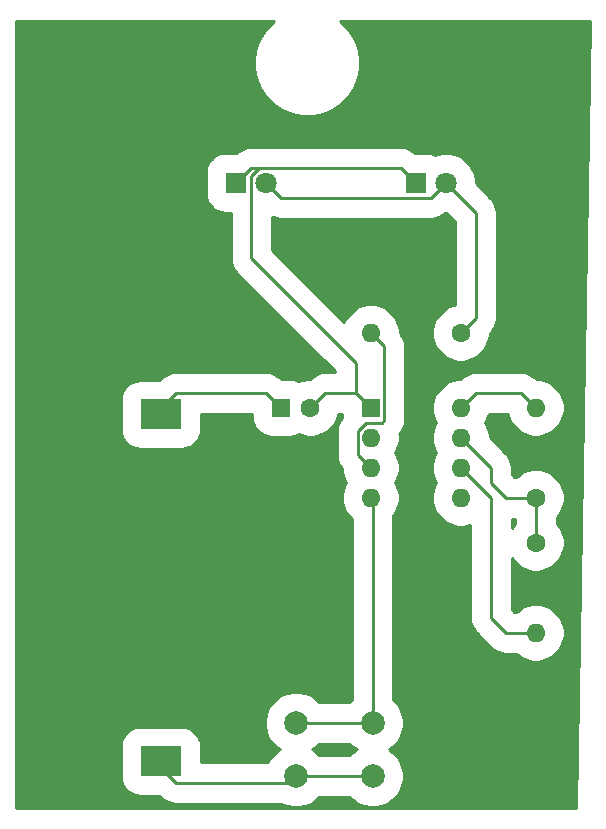
<source format=gbr>
%TF.GenerationSoftware,KiCad,Pcbnew,(5.1.8)-1*%
%TF.CreationDate,2021-08-08T22:25:57+05:30*%
%TF.ProjectId,1st,3173742e-6b69-4636-9164-5f7063625858,rev?*%
%TF.SameCoordinates,Original*%
%TF.FileFunction,Copper,L2,Bot*%
%TF.FilePolarity,Positive*%
%FSLAX46Y46*%
G04 Gerber Fmt 4.6, Leading zero omitted, Abs format (unit mm)*
G04 Created by KiCad (PCBNEW (5.1.8)-1) date 2021-08-08 22:25:57*
%MOMM*%
%LPD*%
G01*
G04 APERTURE LIST*
%TA.AperFunction,SMDPad,CuDef*%
%ADD10R,3.510000X2.540000*%
%TD*%
%TA.AperFunction,ComponentPad*%
%ADD11R,1.600000X1.600000*%
%TD*%
%TA.AperFunction,ComponentPad*%
%ADD12C,1.600000*%
%TD*%
%TA.AperFunction,ComponentPad*%
%ADD13R,1.800000X1.800000*%
%TD*%
%TA.AperFunction,ComponentPad*%
%ADD14C,1.800000*%
%TD*%
%TA.AperFunction,ComponentPad*%
%ADD15O,1.600000X1.600000*%
%TD*%
%TA.AperFunction,ComponentPad*%
%ADD16C,2.000000*%
%TD*%
%TA.AperFunction,Conductor*%
%ADD17C,0.250000*%
%TD*%
%TA.AperFunction,NonConductor*%
%ADD18C,0.254000*%
%TD*%
%TA.AperFunction,NonConductor*%
%ADD19C,0.100000*%
%TD*%
G04 APERTURE END LIST*
D10*
%TO.P,BT1,1*%
%TO.N,Net-(BT1-Pad1)*%
X48260000Y-95960000D03*
%TO.P,BT1,2*%
%TO.N,-VeTerm*%
X48260000Y-66600000D03*
%TD*%
D11*
%TO.P,C1,1*%
%TO.N,-VeTerm*%
X58420000Y-66040000D03*
D12*
%TO.P,C1,2*%
%TO.N,Net-(C1-Pad2)*%
X60920000Y-66040000D03*
%TD*%
D13*
%TO.P,D1,1*%
%TO.N,Net-(C1-Pad2)*%
X54610000Y-46990000D03*
D14*
%TO.P,D1,2*%
%TO.N,Net-(D1-Pad2)*%
X57150000Y-46990000D03*
%TD*%
%TO.P,D2,2*%
%TO.N,Net-(D1-Pad2)*%
X72390000Y-46990000D03*
D13*
%TO.P,D2,1*%
%TO.N,Net-(C1-Pad2)*%
X69850000Y-46990000D03*
%TD*%
D15*
%TO.P,R1,2*%
%TO.N,+VeTerm*%
X80010000Y-66040000D03*
D12*
%TO.P,R1,1*%
%TO.N,Net-(R1-Pad1)*%
X80010000Y-73660000D03*
%TD*%
%TO.P,R2,1*%
%TO.N,Net-(R1-Pad1)*%
X80010000Y-77470000D03*
D15*
%TO.P,R2,2*%
%TO.N,-VeTerm*%
X80010000Y-85090000D03*
%TD*%
D12*
%TO.P,R3,1*%
%TO.N,Net-(D1-Pad2)*%
X73660000Y-59690000D03*
D15*
%TO.P,R3,2*%
%TO.N,Net-(R3-Pad2)*%
X66040000Y-59690000D03*
%TD*%
D16*
%TO.P,SW1,2*%
%TO.N,Net-(BT1-Pad1)*%
X59690000Y-97210000D03*
%TO.P,SW1,1*%
%TO.N,+VeTerm*%
X59690000Y-92710000D03*
%TO.P,SW1,2*%
%TO.N,Net-(BT1-Pad1)*%
X66190000Y-97210000D03*
%TO.P,SW1,1*%
%TO.N,+VeTerm*%
X66190000Y-92710000D03*
%TD*%
D11*
%TO.P,U1,1*%
%TO.N,Net-(C1-Pad2)*%
X66040000Y-66040000D03*
D15*
%TO.P,U1,5*%
%TO.N,Net-(U1-Pad5)*%
X73660000Y-73660000D03*
%TO.P,U1,2*%
%TO.N,-VeTerm*%
X66040000Y-68580000D03*
%TO.P,U1,6*%
X73660000Y-71120000D03*
%TO.P,U1,3*%
%TO.N,Net-(R3-Pad2)*%
X66040000Y-71120000D03*
%TO.P,U1,7*%
%TO.N,Net-(R1-Pad1)*%
X73660000Y-68580000D03*
%TO.P,U1,4*%
%TO.N,+VeTerm*%
X66040000Y-73660000D03*
%TO.P,U1,8*%
X73660000Y-66040000D03*
%TD*%
D17*
%TO.N,Net-(BT1-Pad1)*%
X48260000Y-95960000D02*
X48260000Y-96520000D01*
X48260000Y-96520000D02*
X49530000Y-97790000D01*
X59110000Y-97790000D02*
X59690000Y-97210000D01*
X49530000Y-97790000D02*
X59110000Y-97790000D01*
X66190000Y-97210000D02*
X59690000Y-97210000D01*
%TO.N,-VeTerm*%
X48260000Y-66600000D02*
X48260000Y-66040000D01*
X48260000Y-66040000D02*
X49530000Y-64770000D01*
X57150000Y-64770000D02*
X58420000Y-66040000D01*
X49530000Y-64770000D02*
X57150000Y-64770000D01*
X80010000Y-85090000D02*
X77470000Y-85090000D01*
X77470000Y-85090000D02*
X76200000Y-83820000D01*
X76200000Y-83820000D02*
X76200000Y-73660000D01*
X76200000Y-73660000D02*
X73660000Y-71120000D01*
%TO.N,Net-(C1-Pad2)*%
X60920000Y-66040000D02*
X62190000Y-64770000D01*
X62190000Y-64770000D02*
X64770000Y-64770000D01*
X64770000Y-64770000D02*
X66040000Y-66040000D01*
X54610000Y-46990000D02*
X55880000Y-45720000D01*
X55880000Y-45720000D02*
X68580000Y-45720000D01*
X68580000Y-45720000D02*
X69850000Y-46990000D01*
X55924999Y-46401999D02*
X55924999Y-53384999D01*
X56561999Y-45764999D02*
X55924999Y-46401999D01*
X68624999Y-45764999D02*
X56561999Y-45764999D01*
X69850000Y-46990000D02*
X68624999Y-45764999D01*
X64770000Y-62230000D02*
X64770000Y-64770000D01*
X55924999Y-53384999D02*
X64770000Y-62230000D01*
%TO.N,Net-(D1-Pad2)*%
X57150000Y-46990000D02*
X58420000Y-48260000D01*
X58420000Y-48260000D02*
X71120000Y-48260000D01*
X71120000Y-48260000D02*
X72390000Y-46990000D01*
X73660000Y-59690000D02*
X74930000Y-58420000D01*
X74930000Y-58420000D02*
X74930000Y-49530000D01*
X74930000Y-49530000D02*
X72390000Y-46990000D01*
%TO.N,+VeTerm*%
X74930000Y-64770000D02*
X73660000Y-66040000D01*
X78740000Y-64770000D02*
X74930000Y-64770000D01*
X80010000Y-66040000D02*
X78740000Y-64770000D01*
X66190000Y-73810000D02*
X66040000Y-73660000D01*
X66190000Y-92710000D02*
X66190000Y-73810000D01*
X59690000Y-92710000D02*
X66190000Y-92710000D01*
%TO.N,Net-(R1-Pad1)*%
X77470000Y-73660000D02*
X80010000Y-73660000D01*
X76200000Y-72390000D02*
X77470000Y-73660000D01*
X76200000Y-71120000D02*
X76200000Y-72390000D01*
X73660000Y-68580000D02*
X76200000Y-71120000D01*
X80010000Y-73660000D02*
X80010000Y-77470000D01*
%TO.N,Net-(R3-Pad2)*%
X64914999Y-68039999D02*
X64914999Y-69994999D01*
X65644998Y-67310000D02*
X64914999Y-68039999D01*
X64914999Y-69994999D02*
X66040000Y-71120000D01*
X66955002Y-67310000D02*
X65644998Y-67310000D01*
X67165001Y-67100001D02*
X66955002Y-67310000D01*
X67165001Y-60815001D02*
X67165001Y-67100001D01*
X66040000Y-59690000D02*
X67165001Y-60815001D01*
%TD*%
D18*
X57797935Y-33342327D02*
X57172521Y-33967741D01*
X56681136Y-34703149D01*
X56342665Y-35520292D01*
X56170114Y-36387766D01*
X56170114Y-37272234D01*
X56342665Y-38139708D01*
X56681136Y-38956851D01*
X57172521Y-39692259D01*
X57797935Y-40317673D01*
X58533343Y-40809058D01*
X59350486Y-41147529D01*
X60217960Y-41320080D01*
X61102428Y-41320080D01*
X61969902Y-41147529D01*
X62787045Y-40809058D01*
X63522453Y-40317673D01*
X64147867Y-39692259D01*
X64639252Y-38956851D01*
X64977723Y-38139708D01*
X65150274Y-37272234D01*
X65150274Y-36387766D01*
X64977723Y-35520292D01*
X64639252Y-34703149D01*
X64147867Y-33967741D01*
X63522453Y-33342327D01*
X63462100Y-33302000D01*
X84626841Y-33302000D01*
X83418600Y-99898000D01*
X35992000Y-99898000D01*
X35992000Y-65330000D01*
X44870128Y-65330000D01*
X44870128Y-67870000D01*
X44901542Y-68188948D01*
X44994575Y-68495638D01*
X45145654Y-68778286D01*
X45348971Y-69026029D01*
X45596714Y-69229346D01*
X45879362Y-69380425D01*
X46186052Y-69473458D01*
X46505000Y-69504872D01*
X50015000Y-69504872D01*
X50333948Y-69473458D01*
X50640638Y-69380425D01*
X50923286Y-69229346D01*
X51171029Y-69026029D01*
X51374346Y-68778286D01*
X51525425Y-68495638D01*
X51618458Y-68188948D01*
X51649872Y-67870000D01*
X51649872Y-66522000D01*
X55985128Y-66522000D01*
X55985128Y-66840000D01*
X56016542Y-67158948D01*
X56109575Y-67465638D01*
X56260654Y-67748286D01*
X56463971Y-67996029D01*
X56711714Y-68199346D01*
X56994362Y-68350425D01*
X57301052Y-68443458D01*
X57620000Y-68474872D01*
X59220000Y-68474872D01*
X59538948Y-68443458D01*
X59845638Y-68350425D01*
X59981056Y-68278042D01*
X60212070Y-68373732D01*
X60680961Y-68467000D01*
X61159039Y-68467000D01*
X61627930Y-68373732D01*
X62069615Y-68190779D01*
X62467122Y-67925174D01*
X62805174Y-67587122D01*
X63070779Y-67189615D01*
X63253732Y-66747930D01*
X63298672Y-66522000D01*
X63605128Y-66522000D01*
X63605128Y-66840000D01*
X63608152Y-66870703D01*
X63529495Y-66966548D01*
X63451216Y-67061931D01*
X63288530Y-67366295D01*
X63188349Y-67696548D01*
X63162999Y-67953931D01*
X63162999Y-67953938D01*
X63154523Y-68039999D01*
X63162999Y-68126061D01*
X63163000Y-69908929D01*
X63154523Y-69994999D01*
X63188349Y-70338450D01*
X63288531Y-70668704D01*
X63451216Y-70973067D01*
X63613000Y-71170202D01*
X63613000Y-71359039D01*
X63706268Y-71827930D01*
X63889221Y-72269615D01*
X63969659Y-72390000D01*
X63889221Y-72510385D01*
X63706268Y-72952070D01*
X63613000Y-73420961D01*
X63613000Y-73899039D01*
X63706268Y-74367930D01*
X63889221Y-74809615D01*
X64154826Y-75207122D01*
X64438001Y-75490297D01*
X64438000Y-90746861D01*
X64226861Y-90958000D01*
X61653139Y-90958000D01*
X61364615Y-90669476D01*
X60934351Y-90381983D01*
X60456268Y-90183954D01*
X59948737Y-90083000D01*
X59431263Y-90083000D01*
X58923732Y-90183954D01*
X58445649Y-90381983D01*
X58015385Y-90669476D01*
X57649476Y-91035385D01*
X57361983Y-91465649D01*
X57163954Y-91943732D01*
X57063000Y-92451263D01*
X57063000Y-92968737D01*
X57163954Y-93476268D01*
X57361983Y-93954351D01*
X57649476Y-94384615D01*
X58015385Y-94750524D01*
X58328888Y-94960000D01*
X58015385Y-95169476D01*
X57649476Y-95535385D01*
X57361983Y-95965649D01*
X57332014Y-96038000D01*
X51649872Y-96038000D01*
X51649872Y-94690000D01*
X51618458Y-94371052D01*
X51525425Y-94064362D01*
X51374346Y-93781714D01*
X51171029Y-93533971D01*
X50923286Y-93330654D01*
X50640638Y-93179575D01*
X50333948Y-93086542D01*
X50015000Y-93055128D01*
X46505000Y-93055128D01*
X46186052Y-93086542D01*
X45879362Y-93179575D01*
X45596714Y-93330654D01*
X45348971Y-93533971D01*
X45145654Y-93781714D01*
X44994575Y-94064362D01*
X44901542Y-94371052D01*
X44870128Y-94690000D01*
X44870128Y-97230000D01*
X44901542Y-97548948D01*
X44994575Y-97855638D01*
X45145654Y-98138286D01*
X45348971Y-98386029D01*
X45596714Y-98589346D01*
X45879362Y-98740425D01*
X46186052Y-98833458D01*
X46505000Y-98864872D01*
X48127170Y-98864872D01*
X48230290Y-98967992D01*
X48285155Y-99034845D01*
X48551931Y-99253783D01*
X48856295Y-99416469D01*
X49186548Y-99516650D01*
X49443931Y-99542000D01*
X49443941Y-99542000D01*
X49529999Y-99550476D01*
X49616057Y-99542000D01*
X58455265Y-99542000D01*
X58923732Y-99736046D01*
X59431263Y-99837000D01*
X59948737Y-99837000D01*
X60456268Y-99736046D01*
X60934351Y-99538017D01*
X61364615Y-99250524D01*
X61653139Y-98962000D01*
X64226861Y-98962000D01*
X64515385Y-99250524D01*
X64945649Y-99538017D01*
X65423732Y-99736046D01*
X65931263Y-99837000D01*
X66448737Y-99837000D01*
X66956268Y-99736046D01*
X67434351Y-99538017D01*
X67864615Y-99250524D01*
X68230524Y-98884615D01*
X68518017Y-98454351D01*
X68716046Y-97976268D01*
X68817000Y-97468737D01*
X68817000Y-96951263D01*
X68716046Y-96443732D01*
X68518017Y-95965649D01*
X68230524Y-95535385D01*
X67864615Y-95169476D01*
X67551112Y-94960000D01*
X67864615Y-94750524D01*
X68230524Y-94384615D01*
X68518017Y-93954351D01*
X68716046Y-93476268D01*
X68817000Y-92968737D01*
X68817000Y-92451263D01*
X68716046Y-91943732D01*
X68518017Y-91465649D01*
X68230524Y-91035385D01*
X67942000Y-90746861D01*
X67942000Y-75181940D01*
X68190779Y-74809615D01*
X68373732Y-74367930D01*
X68467000Y-73899039D01*
X68467000Y-73420961D01*
X68373732Y-72952070D01*
X68190779Y-72510385D01*
X68110341Y-72390000D01*
X68190779Y-72269615D01*
X68373732Y-71827930D01*
X68467000Y-71359039D01*
X68467000Y-70880961D01*
X68373732Y-70412070D01*
X68190779Y-69970385D01*
X68110341Y-69850000D01*
X68190779Y-69729615D01*
X68373732Y-69287930D01*
X68467000Y-68819039D01*
X68467000Y-68340961D01*
X68456472Y-68288032D01*
X68628784Y-68078070D01*
X68791470Y-67773706D01*
X68891651Y-67443453D01*
X68917001Y-67186070D01*
X68917001Y-67186060D01*
X68925477Y-67100002D01*
X68917001Y-67013944D01*
X68917001Y-65800961D01*
X71233000Y-65800961D01*
X71233000Y-66279039D01*
X71326268Y-66747930D01*
X71509221Y-67189615D01*
X71589659Y-67310000D01*
X71509221Y-67430385D01*
X71326268Y-67872070D01*
X71233000Y-68340961D01*
X71233000Y-68819039D01*
X71326268Y-69287930D01*
X71509221Y-69729615D01*
X71589659Y-69850000D01*
X71509221Y-69970385D01*
X71326268Y-70412070D01*
X71233000Y-70880961D01*
X71233000Y-71359039D01*
X71326268Y-71827930D01*
X71509221Y-72269615D01*
X71589659Y-72390000D01*
X71509221Y-72510385D01*
X71326268Y-72952070D01*
X71233000Y-73420961D01*
X71233000Y-73899039D01*
X71326268Y-74367930D01*
X71509221Y-74809615D01*
X71774826Y-75207122D01*
X72112878Y-75545174D01*
X72510385Y-75810779D01*
X72952070Y-75993732D01*
X73420961Y-76087000D01*
X73899039Y-76087000D01*
X74367930Y-75993732D01*
X74448001Y-75960565D01*
X74448000Y-83733939D01*
X74439524Y-83820000D01*
X74448000Y-83906061D01*
X74448000Y-83906068D01*
X74473350Y-84163451D01*
X74573531Y-84493704D01*
X74736217Y-84798068D01*
X74955155Y-85064845D01*
X75022008Y-85119710D01*
X76170290Y-86267992D01*
X76225155Y-86334845D01*
X76491931Y-86553783D01*
X76796295Y-86716469D01*
X77126548Y-86816650D01*
X77383931Y-86842000D01*
X77383941Y-86842000D01*
X77469999Y-86850476D01*
X77556057Y-86842000D01*
X78329704Y-86842000D01*
X78462878Y-86975174D01*
X78860385Y-87240779D01*
X79302070Y-87423732D01*
X79770961Y-87517000D01*
X80249039Y-87517000D01*
X80717930Y-87423732D01*
X81159615Y-87240779D01*
X81557122Y-86975174D01*
X81895174Y-86637122D01*
X82160779Y-86239615D01*
X82343732Y-85797930D01*
X82437000Y-85329039D01*
X82437000Y-84850961D01*
X82343732Y-84382070D01*
X82160779Y-83940385D01*
X81895174Y-83542878D01*
X81557122Y-83204826D01*
X81159615Y-82939221D01*
X80717930Y-82756268D01*
X80249039Y-82663000D01*
X79770961Y-82663000D01*
X79302070Y-82756268D01*
X78860385Y-82939221D01*
X78462878Y-83204826D01*
X78329704Y-83338000D01*
X78195702Y-83338000D01*
X77952000Y-83094298D01*
X77952000Y-78758469D01*
X78124826Y-79017122D01*
X78462878Y-79355174D01*
X78860385Y-79620779D01*
X79302070Y-79803732D01*
X79770961Y-79897000D01*
X80249039Y-79897000D01*
X80717930Y-79803732D01*
X81159615Y-79620779D01*
X81557122Y-79355174D01*
X81895174Y-79017122D01*
X82160779Y-78619615D01*
X82343732Y-78177930D01*
X82437000Y-77709039D01*
X82437000Y-77230961D01*
X82343732Y-76762070D01*
X82160779Y-76320385D01*
X81895174Y-75922878D01*
X81762000Y-75789704D01*
X81762000Y-75340296D01*
X81895174Y-75207122D01*
X82160779Y-74809615D01*
X82343732Y-74367930D01*
X82437000Y-73899039D01*
X82437000Y-73420961D01*
X82343732Y-72952070D01*
X82160779Y-72510385D01*
X81895174Y-72112878D01*
X81557122Y-71774826D01*
X81159615Y-71509221D01*
X80717930Y-71326268D01*
X80249039Y-71233000D01*
X79770961Y-71233000D01*
X79302070Y-71326268D01*
X78860385Y-71509221D01*
X78462878Y-71774826D01*
X78329704Y-71908000D01*
X78195702Y-71908000D01*
X77952000Y-71664298D01*
X77952000Y-71206057D01*
X77960476Y-71119999D01*
X77952000Y-71033941D01*
X77952000Y-71033931D01*
X77926650Y-70776548D01*
X77826469Y-70446295D01*
X77663783Y-70141931D01*
X77444845Y-69875155D01*
X77377991Y-69820289D01*
X76087000Y-68529298D01*
X76087000Y-68340961D01*
X75993732Y-67872070D01*
X75810779Y-67430385D01*
X75730341Y-67310000D01*
X75810779Y-67189615D01*
X75993732Y-66747930D01*
X76038672Y-66522000D01*
X77631328Y-66522000D01*
X77676268Y-66747930D01*
X77859221Y-67189615D01*
X78124826Y-67587122D01*
X78462878Y-67925174D01*
X78860385Y-68190779D01*
X79302070Y-68373732D01*
X79770961Y-68467000D01*
X80249039Y-68467000D01*
X80717930Y-68373732D01*
X81159615Y-68190779D01*
X81557122Y-67925174D01*
X81895174Y-67587122D01*
X82160779Y-67189615D01*
X82343732Y-66747930D01*
X82437000Y-66279039D01*
X82437000Y-65800961D01*
X82343732Y-65332070D01*
X82160779Y-64890385D01*
X81895174Y-64492878D01*
X81557122Y-64154826D01*
X81159615Y-63889221D01*
X80717930Y-63706268D01*
X80249039Y-63613000D01*
X80060702Y-63613000D01*
X80039710Y-63592008D01*
X79984845Y-63525155D01*
X79718069Y-63306217D01*
X79413705Y-63143531D01*
X79083452Y-63043350D01*
X78826069Y-63018000D01*
X78826061Y-63018000D01*
X78740000Y-63009524D01*
X78653939Y-63018000D01*
X75016057Y-63018000D01*
X74929999Y-63009524D01*
X74843941Y-63018000D01*
X74843931Y-63018000D01*
X74586548Y-63043350D01*
X74256295Y-63143531D01*
X73951931Y-63306217D01*
X73685155Y-63525155D01*
X73630290Y-63592008D01*
X73609298Y-63613000D01*
X73420961Y-63613000D01*
X72952070Y-63706268D01*
X72510385Y-63889221D01*
X72112878Y-64154826D01*
X71774826Y-64492878D01*
X71509221Y-64890385D01*
X71326268Y-65332070D01*
X71233000Y-65800961D01*
X68917001Y-65800961D01*
X68917001Y-60901062D01*
X68925477Y-60815001D01*
X68917001Y-60728940D01*
X68917001Y-60728932D01*
X68891651Y-60471549D01*
X68791470Y-60141296D01*
X68628784Y-59836932D01*
X68467000Y-59639798D01*
X68467000Y-59450961D01*
X68373732Y-58982070D01*
X68190779Y-58540385D01*
X67925174Y-58142878D01*
X67587122Y-57804826D01*
X67189615Y-57539221D01*
X66747930Y-57356268D01*
X66279039Y-57263000D01*
X65800961Y-57263000D01*
X65332070Y-57356268D01*
X64890385Y-57539221D01*
X64492878Y-57804826D01*
X64154826Y-58142878D01*
X63889221Y-58540385D01*
X63792234Y-58774532D01*
X57676999Y-52659297D01*
X57676999Y-49849430D01*
X57746295Y-49886469D01*
X58076548Y-49986650D01*
X58333931Y-50012000D01*
X58333941Y-50012000D01*
X58419999Y-50020476D01*
X58506057Y-50012000D01*
X71033939Y-50012000D01*
X71120000Y-50020476D01*
X71206061Y-50012000D01*
X71206069Y-50012000D01*
X71463452Y-49986650D01*
X71793705Y-49886469D01*
X72098069Y-49723783D01*
X72350034Y-49517000D01*
X72439298Y-49517000D01*
X73178001Y-50255703D01*
X73178000Y-57311328D01*
X72952070Y-57356268D01*
X72510385Y-57539221D01*
X72112878Y-57804826D01*
X71774826Y-58142878D01*
X71509221Y-58540385D01*
X71326268Y-58982070D01*
X71233000Y-59450961D01*
X71233000Y-59929039D01*
X71326268Y-60397930D01*
X71509221Y-60839615D01*
X71774826Y-61237122D01*
X72112878Y-61575174D01*
X72510385Y-61840779D01*
X72952070Y-62023732D01*
X73420961Y-62117000D01*
X73899039Y-62117000D01*
X74367930Y-62023732D01*
X74809615Y-61840779D01*
X75207122Y-61575174D01*
X75545174Y-61237122D01*
X75810779Y-60839615D01*
X75993732Y-60397930D01*
X76087000Y-59929039D01*
X76087000Y-59740702D01*
X76107993Y-59719709D01*
X76174845Y-59664845D01*
X76393783Y-59398069D01*
X76556469Y-59093705D01*
X76656650Y-58763452D01*
X76682000Y-58506069D01*
X76682000Y-58506059D01*
X76690476Y-58420001D01*
X76682000Y-58333943D01*
X76682000Y-49616057D01*
X76690476Y-49529999D01*
X76682000Y-49443941D01*
X76682000Y-49443931D01*
X76656650Y-49186548D01*
X76556469Y-48856295D01*
X76393783Y-48551931D01*
X76174845Y-48285155D01*
X76107992Y-48230290D01*
X74917000Y-47039298D01*
X74917000Y-46741112D01*
X74819889Y-46252901D01*
X74629398Y-45793017D01*
X74352849Y-45379131D01*
X74000869Y-45027151D01*
X73586983Y-44750602D01*
X73127099Y-44560111D01*
X72638888Y-44463000D01*
X72141112Y-44463000D01*
X71652901Y-44560111D01*
X71476175Y-44633313D01*
X71375638Y-44579575D01*
X71068948Y-44486542D01*
X70750000Y-44455128D01*
X69800442Y-44455128D01*
X69558069Y-44256217D01*
X69253705Y-44093531D01*
X68923452Y-43993350D01*
X68666069Y-43968000D01*
X68666061Y-43968000D01*
X68580000Y-43959524D01*
X68493939Y-43968000D01*
X55966057Y-43968000D01*
X55879999Y-43959524D01*
X55793941Y-43968000D01*
X55793931Y-43968000D01*
X55536548Y-43993350D01*
X55206295Y-44093531D01*
X54901931Y-44256217D01*
X54659558Y-44455128D01*
X53710000Y-44455128D01*
X53391052Y-44486542D01*
X53084362Y-44579575D01*
X52801714Y-44730654D01*
X52553971Y-44933971D01*
X52350654Y-45181714D01*
X52199575Y-45464362D01*
X52106542Y-45771052D01*
X52075128Y-46090000D01*
X52075128Y-47890000D01*
X52106542Y-48208948D01*
X52199575Y-48515638D01*
X52350654Y-48798286D01*
X52553971Y-49046029D01*
X52801714Y-49249346D01*
X53084362Y-49400425D01*
X53391052Y-49493458D01*
X53710000Y-49524872D01*
X54172999Y-49524872D01*
X54173000Y-53298928D01*
X54164523Y-53384999D01*
X54198349Y-53728450D01*
X54298531Y-54058704D01*
X54461216Y-54363067D01*
X54625288Y-54562990D01*
X54625295Y-54562997D01*
X54680155Y-54629844D01*
X54747002Y-54684704D01*
X63018000Y-62955702D01*
X63018000Y-63018000D01*
X62276057Y-63018000D01*
X62189999Y-63009524D01*
X62103941Y-63018000D01*
X62103931Y-63018000D01*
X61846548Y-63043350D01*
X61516295Y-63143531D01*
X61211931Y-63306217D01*
X60945155Y-63525155D01*
X60890290Y-63592008D01*
X60869298Y-63613000D01*
X60680961Y-63613000D01*
X60212070Y-63706268D01*
X59981056Y-63801958D01*
X59845638Y-63729575D01*
X59538948Y-63636542D01*
X59220000Y-63605128D01*
X58462830Y-63605128D01*
X58449710Y-63592008D01*
X58394845Y-63525155D01*
X58128069Y-63306217D01*
X57823705Y-63143531D01*
X57493452Y-63043350D01*
X57236069Y-63018000D01*
X57236061Y-63018000D01*
X57150000Y-63009524D01*
X57063939Y-63018000D01*
X49616057Y-63018000D01*
X49529999Y-63009524D01*
X49443941Y-63018000D01*
X49443931Y-63018000D01*
X49186548Y-63043350D01*
X48856295Y-63143531D01*
X48551931Y-63306217D01*
X48285155Y-63525155D01*
X48230290Y-63592008D01*
X48127170Y-63695128D01*
X46505000Y-63695128D01*
X46186052Y-63726542D01*
X45879362Y-63819575D01*
X45596714Y-63970654D01*
X45348971Y-64173971D01*
X45145654Y-64421714D01*
X44994575Y-64704362D01*
X44901542Y-65011052D01*
X44870128Y-65330000D01*
X35992000Y-65330000D01*
X35992000Y-33302000D01*
X57858288Y-33302000D01*
X57797935Y-33342327D01*
%TA.AperFunction,NonConductor*%
D19*
G36*
X57797935Y-33342327D02*
G01*
X57172521Y-33967741D01*
X56681136Y-34703149D01*
X56342665Y-35520292D01*
X56170114Y-36387766D01*
X56170114Y-37272234D01*
X56342665Y-38139708D01*
X56681136Y-38956851D01*
X57172521Y-39692259D01*
X57797935Y-40317673D01*
X58533343Y-40809058D01*
X59350486Y-41147529D01*
X60217960Y-41320080D01*
X61102428Y-41320080D01*
X61969902Y-41147529D01*
X62787045Y-40809058D01*
X63522453Y-40317673D01*
X64147867Y-39692259D01*
X64639252Y-38956851D01*
X64977723Y-38139708D01*
X65150274Y-37272234D01*
X65150274Y-36387766D01*
X64977723Y-35520292D01*
X64639252Y-34703149D01*
X64147867Y-33967741D01*
X63522453Y-33342327D01*
X63462100Y-33302000D01*
X84626841Y-33302000D01*
X83418600Y-99898000D01*
X35992000Y-99898000D01*
X35992000Y-65330000D01*
X44870128Y-65330000D01*
X44870128Y-67870000D01*
X44901542Y-68188948D01*
X44994575Y-68495638D01*
X45145654Y-68778286D01*
X45348971Y-69026029D01*
X45596714Y-69229346D01*
X45879362Y-69380425D01*
X46186052Y-69473458D01*
X46505000Y-69504872D01*
X50015000Y-69504872D01*
X50333948Y-69473458D01*
X50640638Y-69380425D01*
X50923286Y-69229346D01*
X51171029Y-69026029D01*
X51374346Y-68778286D01*
X51525425Y-68495638D01*
X51618458Y-68188948D01*
X51649872Y-67870000D01*
X51649872Y-66522000D01*
X55985128Y-66522000D01*
X55985128Y-66840000D01*
X56016542Y-67158948D01*
X56109575Y-67465638D01*
X56260654Y-67748286D01*
X56463971Y-67996029D01*
X56711714Y-68199346D01*
X56994362Y-68350425D01*
X57301052Y-68443458D01*
X57620000Y-68474872D01*
X59220000Y-68474872D01*
X59538948Y-68443458D01*
X59845638Y-68350425D01*
X59981056Y-68278042D01*
X60212070Y-68373732D01*
X60680961Y-68467000D01*
X61159039Y-68467000D01*
X61627930Y-68373732D01*
X62069615Y-68190779D01*
X62467122Y-67925174D01*
X62805174Y-67587122D01*
X63070779Y-67189615D01*
X63253732Y-66747930D01*
X63298672Y-66522000D01*
X63605128Y-66522000D01*
X63605128Y-66840000D01*
X63608152Y-66870703D01*
X63529495Y-66966548D01*
X63451216Y-67061931D01*
X63288530Y-67366295D01*
X63188349Y-67696548D01*
X63162999Y-67953931D01*
X63162999Y-67953938D01*
X63154523Y-68039999D01*
X63162999Y-68126061D01*
X63163000Y-69908929D01*
X63154523Y-69994999D01*
X63188349Y-70338450D01*
X63288531Y-70668704D01*
X63451216Y-70973067D01*
X63613000Y-71170202D01*
X63613000Y-71359039D01*
X63706268Y-71827930D01*
X63889221Y-72269615D01*
X63969659Y-72390000D01*
X63889221Y-72510385D01*
X63706268Y-72952070D01*
X63613000Y-73420961D01*
X63613000Y-73899039D01*
X63706268Y-74367930D01*
X63889221Y-74809615D01*
X64154826Y-75207122D01*
X64438001Y-75490297D01*
X64438000Y-90746861D01*
X64226861Y-90958000D01*
X61653139Y-90958000D01*
X61364615Y-90669476D01*
X60934351Y-90381983D01*
X60456268Y-90183954D01*
X59948737Y-90083000D01*
X59431263Y-90083000D01*
X58923732Y-90183954D01*
X58445649Y-90381983D01*
X58015385Y-90669476D01*
X57649476Y-91035385D01*
X57361983Y-91465649D01*
X57163954Y-91943732D01*
X57063000Y-92451263D01*
X57063000Y-92968737D01*
X57163954Y-93476268D01*
X57361983Y-93954351D01*
X57649476Y-94384615D01*
X58015385Y-94750524D01*
X58328888Y-94960000D01*
X58015385Y-95169476D01*
X57649476Y-95535385D01*
X57361983Y-95965649D01*
X57332014Y-96038000D01*
X51649872Y-96038000D01*
X51649872Y-94690000D01*
X51618458Y-94371052D01*
X51525425Y-94064362D01*
X51374346Y-93781714D01*
X51171029Y-93533971D01*
X50923286Y-93330654D01*
X50640638Y-93179575D01*
X50333948Y-93086542D01*
X50015000Y-93055128D01*
X46505000Y-93055128D01*
X46186052Y-93086542D01*
X45879362Y-93179575D01*
X45596714Y-93330654D01*
X45348971Y-93533971D01*
X45145654Y-93781714D01*
X44994575Y-94064362D01*
X44901542Y-94371052D01*
X44870128Y-94690000D01*
X44870128Y-97230000D01*
X44901542Y-97548948D01*
X44994575Y-97855638D01*
X45145654Y-98138286D01*
X45348971Y-98386029D01*
X45596714Y-98589346D01*
X45879362Y-98740425D01*
X46186052Y-98833458D01*
X46505000Y-98864872D01*
X48127170Y-98864872D01*
X48230290Y-98967992D01*
X48285155Y-99034845D01*
X48551931Y-99253783D01*
X48856295Y-99416469D01*
X49186548Y-99516650D01*
X49443931Y-99542000D01*
X49443941Y-99542000D01*
X49529999Y-99550476D01*
X49616057Y-99542000D01*
X58455265Y-99542000D01*
X58923732Y-99736046D01*
X59431263Y-99837000D01*
X59948737Y-99837000D01*
X60456268Y-99736046D01*
X60934351Y-99538017D01*
X61364615Y-99250524D01*
X61653139Y-98962000D01*
X64226861Y-98962000D01*
X64515385Y-99250524D01*
X64945649Y-99538017D01*
X65423732Y-99736046D01*
X65931263Y-99837000D01*
X66448737Y-99837000D01*
X66956268Y-99736046D01*
X67434351Y-99538017D01*
X67864615Y-99250524D01*
X68230524Y-98884615D01*
X68518017Y-98454351D01*
X68716046Y-97976268D01*
X68817000Y-97468737D01*
X68817000Y-96951263D01*
X68716046Y-96443732D01*
X68518017Y-95965649D01*
X68230524Y-95535385D01*
X67864615Y-95169476D01*
X67551112Y-94960000D01*
X67864615Y-94750524D01*
X68230524Y-94384615D01*
X68518017Y-93954351D01*
X68716046Y-93476268D01*
X68817000Y-92968737D01*
X68817000Y-92451263D01*
X68716046Y-91943732D01*
X68518017Y-91465649D01*
X68230524Y-91035385D01*
X67942000Y-90746861D01*
X67942000Y-75181940D01*
X68190779Y-74809615D01*
X68373732Y-74367930D01*
X68467000Y-73899039D01*
X68467000Y-73420961D01*
X68373732Y-72952070D01*
X68190779Y-72510385D01*
X68110341Y-72390000D01*
X68190779Y-72269615D01*
X68373732Y-71827930D01*
X68467000Y-71359039D01*
X68467000Y-70880961D01*
X68373732Y-70412070D01*
X68190779Y-69970385D01*
X68110341Y-69850000D01*
X68190779Y-69729615D01*
X68373732Y-69287930D01*
X68467000Y-68819039D01*
X68467000Y-68340961D01*
X68456472Y-68288032D01*
X68628784Y-68078070D01*
X68791470Y-67773706D01*
X68891651Y-67443453D01*
X68917001Y-67186070D01*
X68917001Y-67186060D01*
X68925477Y-67100002D01*
X68917001Y-67013944D01*
X68917001Y-65800961D01*
X71233000Y-65800961D01*
X71233000Y-66279039D01*
X71326268Y-66747930D01*
X71509221Y-67189615D01*
X71589659Y-67310000D01*
X71509221Y-67430385D01*
X71326268Y-67872070D01*
X71233000Y-68340961D01*
X71233000Y-68819039D01*
X71326268Y-69287930D01*
X71509221Y-69729615D01*
X71589659Y-69850000D01*
X71509221Y-69970385D01*
X71326268Y-70412070D01*
X71233000Y-70880961D01*
X71233000Y-71359039D01*
X71326268Y-71827930D01*
X71509221Y-72269615D01*
X71589659Y-72390000D01*
X71509221Y-72510385D01*
X71326268Y-72952070D01*
X71233000Y-73420961D01*
X71233000Y-73899039D01*
X71326268Y-74367930D01*
X71509221Y-74809615D01*
X71774826Y-75207122D01*
X72112878Y-75545174D01*
X72510385Y-75810779D01*
X72952070Y-75993732D01*
X73420961Y-76087000D01*
X73899039Y-76087000D01*
X74367930Y-75993732D01*
X74448001Y-75960565D01*
X74448000Y-83733939D01*
X74439524Y-83820000D01*
X74448000Y-83906061D01*
X74448000Y-83906068D01*
X74473350Y-84163451D01*
X74573531Y-84493704D01*
X74736217Y-84798068D01*
X74955155Y-85064845D01*
X75022008Y-85119710D01*
X76170290Y-86267992D01*
X76225155Y-86334845D01*
X76491931Y-86553783D01*
X76796295Y-86716469D01*
X77126548Y-86816650D01*
X77383931Y-86842000D01*
X77383941Y-86842000D01*
X77469999Y-86850476D01*
X77556057Y-86842000D01*
X78329704Y-86842000D01*
X78462878Y-86975174D01*
X78860385Y-87240779D01*
X79302070Y-87423732D01*
X79770961Y-87517000D01*
X80249039Y-87517000D01*
X80717930Y-87423732D01*
X81159615Y-87240779D01*
X81557122Y-86975174D01*
X81895174Y-86637122D01*
X82160779Y-86239615D01*
X82343732Y-85797930D01*
X82437000Y-85329039D01*
X82437000Y-84850961D01*
X82343732Y-84382070D01*
X82160779Y-83940385D01*
X81895174Y-83542878D01*
X81557122Y-83204826D01*
X81159615Y-82939221D01*
X80717930Y-82756268D01*
X80249039Y-82663000D01*
X79770961Y-82663000D01*
X79302070Y-82756268D01*
X78860385Y-82939221D01*
X78462878Y-83204826D01*
X78329704Y-83338000D01*
X78195702Y-83338000D01*
X77952000Y-83094298D01*
X77952000Y-78758469D01*
X78124826Y-79017122D01*
X78462878Y-79355174D01*
X78860385Y-79620779D01*
X79302070Y-79803732D01*
X79770961Y-79897000D01*
X80249039Y-79897000D01*
X80717930Y-79803732D01*
X81159615Y-79620779D01*
X81557122Y-79355174D01*
X81895174Y-79017122D01*
X82160779Y-78619615D01*
X82343732Y-78177930D01*
X82437000Y-77709039D01*
X82437000Y-77230961D01*
X82343732Y-76762070D01*
X82160779Y-76320385D01*
X81895174Y-75922878D01*
X81762000Y-75789704D01*
X81762000Y-75340296D01*
X81895174Y-75207122D01*
X82160779Y-74809615D01*
X82343732Y-74367930D01*
X82437000Y-73899039D01*
X82437000Y-73420961D01*
X82343732Y-72952070D01*
X82160779Y-72510385D01*
X81895174Y-72112878D01*
X81557122Y-71774826D01*
X81159615Y-71509221D01*
X80717930Y-71326268D01*
X80249039Y-71233000D01*
X79770961Y-71233000D01*
X79302070Y-71326268D01*
X78860385Y-71509221D01*
X78462878Y-71774826D01*
X78329704Y-71908000D01*
X78195702Y-71908000D01*
X77952000Y-71664298D01*
X77952000Y-71206057D01*
X77960476Y-71119999D01*
X77952000Y-71033941D01*
X77952000Y-71033931D01*
X77926650Y-70776548D01*
X77826469Y-70446295D01*
X77663783Y-70141931D01*
X77444845Y-69875155D01*
X77377991Y-69820289D01*
X76087000Y-68529298D01*
X76087000Y-68340961D01*
X75993732Y-67872070D01*
X75810779Y-67430385D01*
X75730341Y-67310000D01*
X75810779Y-67189615D01*
X75993732Y-66747930D01*
X76038672Y-66522000D01*
X77631328Y-66522000D01*
X77676268Y-66747930D01*
X77859221Y-67189615D01*
X78124826Y-67587122D01*
X78462878Y-67925174D01*
X78860385Y-68190779D01*
X79302070Y-68373732D01*
X79770961Y-68467000D01*
X80249039Y-68467000D01*
X80717930Y-68373732D01*
X81159615Y-68190779D01*
X81557122Y-67925174D01*
X81895174Y-67587122D01*
X82160779Y-67189615D01*
X82343732Y-66747930D01*
X82437000Y-66279039D01*
X82437000Y-65800961D01*
X82343732Y-65332070D01*
X82160779Y-64890385D01*
X81895174Y-64492878D01*
X81557122Y-64154826D01*
X81159615Y-63889221D01*
X80717930Y-63706268D01*
X80249039Y-63613000D01*
X80060702Y-63613000D01*
X80039710Y-63592008D01*
X79984845Y-63525155D01*
X79718069Y-63306217D01*
X79413705Y-63143531D01*
X79083452Y-63043350D01*
X78826069Y-63018000D01*
X78826061Y-63018000D01*
X78740000Y-63009524D01*
X78653939Y-63018000D01*
X75016057Y-63018000D01*
X74929999Y-63009524D01*
X74843941Y-63018000D01*
X74843931Y-63018000D01*
X74586548Y-63043350D01*
X74256295Y-63143531D01*
X73951931Y-63306217D01*
X73685155Y-63525155D01*
X73630290Y-63592008D01*
X73609298Y-63613000D01*
X73420961Y-63613000D01*
X72952070Y-63706268D01*
X72510385Y-63889221D01*
X72112878Y-64154826D01*
X71774826Y-64492878D01*
X71509221Y-64890385D01*
X71326268Y-65332070D01*
X71233000Y-65800961D01*
X68917001Y-65800961D01*
X68917001Y-60901062D01*
X68925477Y-60815001D01*
X68917001Y-60728940D01*
X68917001Y-60728932D01*
X68891651Y-60471549D01*
X68791470Y-60141296D01*
X68628784Y-59836932D01*
X68467000Y-59639798D01*
X68467000Y-59450961D01*
X68373732Y-58982070D01*
X68190779Y-58540385D01*
X67925174Y-58142878D01*
X67587122Y-57804826D01*
X67189615Y-57539221D01*
X66747930Y-57356268D01*
X66279039Y-57263000D01*
X65800961Y-57263000D01*
X65332070Y-57356268D01*
X64890385Y-57539221D01*
X64492878Y-57804826D01*
X64154826Y-58142878D01*
X63889221Y-58540385D01*
X63792234Y-58774532D01*
X57676999Y-52659297D01*
X57676999Y-49849430D01*
X57746295Y-49886469D01*
X58076548Y-49986650D01*
X58333931Y-50012000D01*
X58333941Y-50012000D01*
X58419999Y-50020476D01*
X58506057Y-50012000D01*
X71033939Y-50012000D01*
X71120000Y-50020476D01*
X71206061Y-50012000D01*
X71206069Y-50012000D01*
X71463452Y-49986650D01*
X71793705Y-49886469D01*
X72098069Y-49723783D01*
X72350034Y-49517000D01*
X72439298Y-49517000D01*
X73178001Y-50255703D01*
X73178000Y-57311328D01*
X72952070Y-57356268D01*
X72510385Y-57539221D01*
X72112878Y-57804826D01*
X71774826Y-58142878D01*
X71509221Y-58540385D01*
X71326268Y-58982070D01*
X71233000Y-59450961D01*
X71233000Y-59929039D01*
X71326268Y-60397930D01*
X71509221Y-60839615D01*
X71774826Y-61237122D01*
X72112878Y-61575174D01*
X72510385Y-61840779D01*
X72952070Y-62023732D01*
X73420961Y-62117000D01*
X73899039Y-62117000D01*
X74367930Y-62023732D01*
X74809615Y-61840779D01*
X75207122Y-61575174D01*
X75545174Y-61237122D01*
X75810779Y-60839615D01*
X75993732Y-60397930D01*
X76087000Y-59929039D01*
X76087000Y-59740702D01*
X76107993Y-59719709D01*
X76174845Y-59664845D01*
X76393783Y-59398069D01*
X76556469Y-59093705D01*
X76656650Y-58763452D01*
X76682000Y-58506069D01*
X76682000Y-58506059D01*
X76690476Y-58420001D01*
X76682000Y-58333943D01*
X76682000Y-49616057D01*
X76690476Y-49529999D01*
X76682000Y-49443941D01*
X76682000Y-49443931D01*
X76656650Y-49186548D01*
X76556469Y-48856295D01*
X76393783Y-48551931D01*
X76174845Y-48285155D01*
X76107992Y-48230290D01*
X74917000Y-47039298D01*
X74917000Y-46741112D01*
X74819889Y-46252901D01*
X74629398Y-45793017D01*
X74352849Y-45379131D01*
X74000869Y-45027151D01*
X73586983Y-44750602D01*
X73127099Y-44560111D01*
X72638888Y-44463000D01*
X72141112Y-44463000D01*
X71652901Y-44560111D01*
X71476175Y-44633313D01*
X71375638Y-44579575D01*
X71068948Y-44486542D01*
X70750000Y-44455128D01*
X69800442Y-44455128D01*
X69558069Y-44256217D01*
X69253705Y-44093531D01*
X68923452Y-43993350D01*
X68666069Y-43968000D01*
X68666061Y-43968000D01*
X68580000Y-43959524D01*
X68493939Y-43968000D01*
X55966057Y-43968000D01*
X55879999Y-43959524D01*
X55793941Y-43968000D01*
X55793931Y-43968000D01*
X55536548Y-43993350D01*
X55206295Y-44093531D01*
X54901931Y-44256217D01*
X54659558Y-44455128D01*
X53710000Y-44455128D01*
X53391052Y-44486542D01*
X53084362Y-44579575D01*
X52801714Y-44730654D01*
X52553971Y-44933971D01*
X52350654Y-45181714D01*
X52199575Y-45464362D01*
X52106542Y-45771052D01*
X52075128Y-46090000D01*
X52075128Y-47890000D01*
X52106542Y-48208948D01*
X52199575Y-48515638D01*
X52350654Y-48798286D01*
X52553971Y-49046029D01*
X52801714Y-49249346D01*
X53084362Y-49400425D01*
X53391052Y-49493458D01*
X53710000Y-49524872D01*
X54172999Y-49524872D01*
X54173000Y-53298928D01*
X54164523Y-53384999D01*
X54198349Y-53728450D01*
X54298531Y-54058704D01*
X54461216Y-54363067D01*
X54625288Y-54562990D01*
X54625295Y-54562997D01*
X54680155Y-54629844D01*
X54747002Y-54684704D01*
X63018000Y-62955702D01*
X63018000Y-63018000D01*
X62276057Y-63018000D01*
X62189999Y-63009524D01*
X62103941Y-63018000D01*
X62103931Y-63018000D01*
X61846548Y-63043350D01*
X61516295Y-63143531D01*
X61211931Y-63306217D01*
X60945155Y-63525155D01*
X60890290Y-63592008D01*
X60869298Y-63613000D01*
X60680961Y-63613000D01*
X60212070Y-63706268D01*
X59981056Y-63801958D01*
X59845638Y-63729575D01*
X59538948Y-63636542D01*
X59220000Y-63605128D01*
X58462830Y-63605128D01*
X58449710Y-63592008D01*
X58394845Y-63525155D01*
X58128069Y-63306217D01*
X57823705Y-63143531D01*
X57493452Y-63043350D01*
X57236069Y-63018000D01*
X57236061Y-63018000D01*
X57150000Y-63009524D01*
X57063939Y-63018000D01*
X49616057Y-63018000D01*
X49529999Y-63009524D01*
X49443941Y-63018000D01*
X49443931Y-63018000D01*
X49186548Y-63043350D01*
X48856295Y-63143531D01*
X48551931Y-63306217D01*
X48285155Y-63525155D01*
X48230290Y-63592008D01*
X48127170Y-63695128D01*
X46505000Y-63695128D01*
X46186052Y-63726542D01*
X45879362Y-63819575D01*
X45596714Y-63970654D01*
X45348971Y-64173971D01*
X45145654Y-64421714D01*
X44994575Y-64704362D01*
X44901542Y-65011052D01*
X44870128Y-65330000D01*
X35992000Y-65330000D01*
X35992000Y-33302000D01*
X57858288Y-33302000D01*
X57797935Y-33342327D01*
G37*
%TD.AperFunction*%
D18*
X64515385Y-94750524D02*
X64828888Y-94960000D01*
X64515385Y-95169476D01*
X64226861Y-95458000D01*
X61653139Y-95458000D01*
X61364615Y-95169476D01*
X61051112Y-94960000D01*
X61364615Y-94750524D01*
X61653139Y-94462000D01*
X64226861Y-94462000D01*
X64515385Y-94750524D01*
%TA.AperFunction,NonConductor*%
D19*
G36*
X64515385Y-94750524D02*
G01*
X64828888Y-94960000D01*
X64515385Y-95169476D01*
X64226861Y-95458000D01*
X61653139Y-95458000D01*
X61364615Y-95169476D01*
X61051112Y-94960000D01*
X61364615Y-94750524D01*
X61653139Y-94462000D01*
X64226861Y-94462000D01*
X64515385Y-94750524D01*
G37*
%TD.AperFunction*%
D18*
X78258001Y-75789703D02*
X78124826Y-75922878D01*
X77952000Y-76181531D01*
X77952000Y-75412000D01*
X78258000Y-75412000D01*
X78258001Y-75789703D01*
%TA.AperFunction,NonConductor*%
D19*
G36*
X78258001Y-75789703D02*
G01*
X78124826Y-75922878D01*
X77952000Y-76181531D01*
X77952000Y-75412000D01*
X78258000Y-75412000D01*
X78258001Y-75789703D01*
G37*
%TD.AperFunction*%
M02*

</source>
